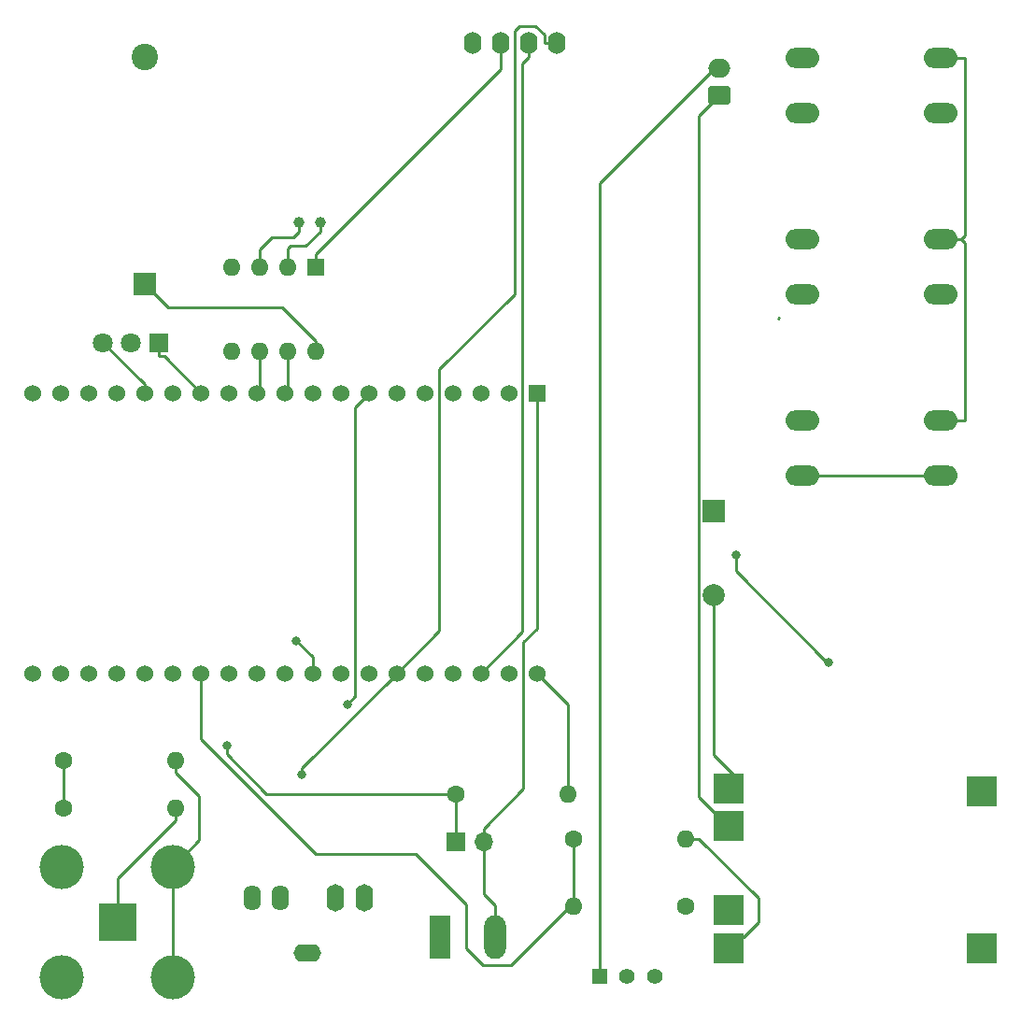
<source format=gbr>
%TF.GenerationSoftware,KiCad,Pcbnew,7.0.9*%
%TF.CreationDate,2024-02-28T20:27:22+01:00*%
%TF.ProjectId,logger_pcb_kicad,6c6f6767-6572-45f7-9063-625f6b696361,rev?*%
%TF.SameCoordinates,Original*%
%TF.FileFunction,Copper,L2,Bot*%
%TF.FilePolarity,Positive*%
%FSLAX46Y46*%
G04 Gerber Fmt 4.6, Leading zero omitted, Abs format (unit mm)*
G04 Created by KiCad (PCBNEW 7.0.9) date 2024-02-28 20:27:22*
%MOMM*%
%LPD*%
G01*
G04 APERTURE LIST*
G04 Aperture macros list*
%AMRoundRect*
0 Rectangle with rounded corners*
0 $1 Rounding radius*
0 $2 $3 $4 $5 $6 $7 $8 $9 X,Y pos of 4 corners*
0 Add a 4 corners polygon primitive as box body*
4,1,4,$2,$3,$4,$5,$6,$7,$8,$9,$2,$3,0*
0 Add four circle primitives for the rounded corners*
1,1,$1+$1,$2,$3*
1,1,$1+$1,$4,$5*
1,1,$1+$1,$6,$7*
1,1,$1+$1,$8,$9*
0 Add four rect primitives between the rounded corners*
20,1,$1+$1,$2,$3,$4,$5,0*
20,1,$1+$1,$4,$5,$6,$7,0*
20,1,$1+$1,$6,$7,$8,$9,0*
20,1,$1+$1,$8,$9,$2,$3,0*%
G04 Aperture macros list end*
%TA.AperFunction,ComponentPad*%
%ADD10O,1.600000X2.300000*%
%TD*%
%TA.AperFunction,ComponentPad*%
%ADD11O,2.500000X1.600000*%
%TD*%
%TA.AperFunction,ComponentPad*%
%ADD12O,1.600000X2.500000*%
%TD*%
%TA.AperFunction,ComponentPad*%
%ADD13O,1.600000X2.000000*%
%TD*%
%TA.AperFunction,ComponentPad*%
%ADD14O,3.048000X1.850000*%
%TD*%
%TA.AperFunction,ComponentPad*%
%ADD15R,2.100000X2.100000*%
%TD*%
%TA.AperFunction,ComponentPad*%
%ADD16C,2.400000*%
%TD*%
%TA.AperFunction,ComponentPad*%
%ADD17R,3.500000X3.500000*%
%TD*%
%TA.AperFunction,ComponentPad*%
%ADD18C,4.000000*%
%TD*%
%TA.AperFunction,ComponentPad*%
%ADD19C,1.600000*%
%TD*%
%TA.AperFunction,ComponentPad*%
%ADD20O,1.600000X1.600000*%
%TD*%
%TA.AperFunction,ComponentPad*%
%ADD21R,2.800000X2.800000*%
%TD*%
%TA.AperFunction,ComponentPad*%
%ADD22RoundRect,0.250000X0.750000X-0.600000X0.750000X0.600000X-0.750000X0.600000X-0.750000X-0.600000X0*%
%TD*%
%TA.AperFunction,ComponentPad*%
%ADD23O,2.000000X1.700000*%
%TD*%
%TA.AperFunction,ComponentPad*%
%ADD24R,1.600000X1.600000*%
%TD*%
%TA.AperFunction,ComponentPad*%
%ADD25R,1.980000X3.960000*%
%TD*%
%TA.AperFunction,ComponentPad*%
%ADD26O,1.980000X3.960000*%
%TD*%
%TA.AperFunction,ComponentPad*%
%ADD27R,2.000000X2.000000*%
%TD*%
%TA.AperFunction,ComponentPad*%
%ADD28C,2.000000*%
%TD*%
%TA.AperFunction,ComponentPad*%
%ADD29R,1.400000X1.400000*%
%TD*%
%TA.AperFunction,ComponentPad*%
%ADD30C,1.400000*%
%TD*%
%TA.AperFunction,ComponentPad*%
%ADD31R,1.800000X1.800000*%
%TD*%
%TA.AperFunction,ComponentPad*%
%ADD32C,1.800000*%
%TD*%
%TA.AperFunction,ComponentPad*%
%ADD33R,1.700000X1.700000*%
%TD*%
%TA.AperFunction,ComponentPad*%
%ADD34O,1.700000X1.700000*%
%TD*%
%TA.AperFunction,ComponentPad*%
%ADD35R,1.530000X1.530000*%
%TD*%
%TA.AperFunction,ComponentPad*%
%ADD36C,1.530000*%
%TD*%
%TA.AperFunction,ComponentPad*%
%ADD37C,1.000000*%
%TD*%
%TA.AperFunction,ViaPad*%
%ADD38C,0.800000*%
%TD*%
%TA.AperFunction,Conductor*%
%ADD39C,0.250000*%
%TD*%
G04 APERTURE END LIST*
D10*
%TO.P,J4,R*%
%TO.N,unconnected-(J4-PadR)*%
X125770000Y-127020000D03*
%TO.P,J4,RN*%
%TO.N,N/C*%
X128350000Y-127000000D03*
D11*
%TO.P,J4,S*%
%TO.N,Net-(U3-AIN2)*%
X130810000Y-132030000D03*
D12*
%TO.P,J4,T*%
%TO.N,Net-(U3-AIN3)*%
X135930000Y-127020000D03*
%TO.P,J4,TN*%
%TO.N,N/C*%
X133350000Y-127000000D03*
%TD*%
D13*
%TO.P,J2,1,Pin_1*%
%TO.N,GND*%
X145796000Y-49530000D03*
%TO.P,J2,2,Pin_2*%
%TO.N,+3.3V*%
X148336000Y-49530000D03*
%TO.P,J2,3,Pin_3*%
%TO.N,SCL*%
X150876000Y-49530000D03*
%TO.P,J2,4,Pin_4*%
%TO.N,SDA*%
X153416000Y-49530000D03*
%TD*%
D14*
%TO.P,SW3,1,1*%
%TO.N,+3.3V*%
X175714000Y-83746000D03*
X188214000Y-83746000D03*
%TO.P,SW3,2,2*%
%TO.N,Net-(U1-IO35)*%
X175714000Y-88746000D03*
X188214000Y-88746000D03*
%TD*%
D15*
%TO.P,BT1,1,+*%
%TO.N,Net-(BT1-+)*%
X116078000Y-71374000D03*
D16*
%TO.P,BT1,2,-*%
%TO.N,GND*%
X116078000Y-50800000D03*
%TD*%
D17*
%TO.P,J1,1,In*%
%TO.N,Net-(J1-In)*%
X113593000Y-129231000D03*
D18*
%TO.P,J1,2,Ext*%
%TO.N,GND*%
X118618000Y-134256000D03*
X118618000Y-124206000D03*
X108568000Y-134256000D03*
X108568000Y-124206000D03*
%TD*%
D19*
%TO.P,R12,1*%
%TO.N,Net-(J6-Pin_1)*%
X144272000Y-117602000D03*
D20*
%TO.P,R12,2*%
%TO.N,GND*%
X154432000Y-117602000D03*
%TD*%
D21*
%TO.P,U4,1,Vin+*%
%TO.N,unconnected-(U4-Vin+-Pad1)*%
X191912500Y-131612500D03*
%TO.P,U4,2,Vin-*%
%TO.N,unconnected-(U4-Vin--Pad2)*%
X191912500Y-117412500D03*
%TO.P,U4,3,Vout+*%
%TO.N,Net-(U4-Vout+)*%
X169012500Y-131612500D03*
%TO.P,U4,4,Vout-*%
%TO.N,GND*%
X169012500Y-117112500D03*
%TO.P,U4,5,B+*%
%TO.N,Net-(U4-B+)*%
X169012500Y-128112500D03*
%TO.P,U4,6,B-*%
%TO.N,Net-(J5-Pin_1)*%
X169012500Y-120512500D03*
%TD*%
D22*
%TO.P,J5,1,Pin_1*%
%TO.N,Net-(J5-Pin_1)*%
X168148000Y-54316000D03*
D23*
%TO.P,J5,2,Pin_2*%
%TO.N,Net-(J5-Pin_2)*%
X168148000Y-51816000D03*
%TD*%
D24*
%TO.P,U2,1,VCC2*%
%TO.N,+3.3V*%
X131572000Y-69850000D03*
D20*
%TO.P,U2,2,X1*%
%TO.N,Net-(U2-X1)*%
X129032000Y-69850000D03*
%TO.P,U2,3,X2*%
%TO.N,Net-(U2-X2)*%
X126492000Y-69850000D03*
%TO.P,U2,4,GND*%
%TO.N,GND*%
X123952000Y-69850000D03*
%TO.P,U2,5,CE*%
%TO.N,CE*%
X123952000Y-77470000D03*
%TO.P,U2,6,I/O*%
%TO.N,DTLOCK*%
X126492000Y-77470000D03*
%TO.P,U2,7,SCLK*%
%TO.N,SCLK*%
X129032000Y-77470000D03*
%TO.P,U2,8,VCC1*%
%TO.N,Net-(BT1-+)*%
X131572000Y-77470000D03*
%TD*%
D25*
%TO.P,J6,1,Pin_1*%
%TO.N,Net-(J6-Pin_1)*%
X142800000Y-130600000D03*
D26*
%TO.P,J6,2,Pin_2*%
%TO.N,+3.3V*%
X147800000Y-130600000D03*
%TD*%
D27*
%TO.P,BZ1,1,-*%
%TO.N,Net-(BZ1--)*%
X167640000Y-91968000D03*
D28*
%TO.P,BZ1,2,+*%
%TO.N,GND*%
X167640000Y-99568000D03*
%TD*%
D14*
%TO.P,SW1,1,1*%
%TO.N,+3.3V*%
X175714000Y-50880000D03*
X188214000Y-50880000D03*
%TO.P,SW1,2,2*%
%TO.N,Net-(U1-SENSOR_VN)*%
X175714000Y-55880000D03*
X188214000Y-55880000D03*
%TD*%
D29*
%TO.P,SW4,1*%
%TO.N,Net-(J5-Pin_2)*%
X157266000Y-134112000D03*
D30*
%TO.P,SW4,2*%
%TO.N,Net-(U4-B+)*%
X159766000Y-134112000D03*
%TO.P,SW4,3*%
%TO.N,N/C*%
X162266000Y-134112000D03*
%TD*%
D14*
%TO.P,SW2,1,1*%
%TO.N,+3.3V*%
X175714000Y-67316000D03*
X188214000Y-67316000D03*
%TO.P,SW2,2,2*%
%TO.N,Net-(U1-IO34)*%
X175714000Y-72316000D03*
X188214000Y-72316000D03*
%TD*%
D31*
%TO.P,D3,1,A1*%
%TO.N,Net-(D3-A1)*%
X117358000Y-76708000D03*
D32*
%TO.P,D3,2,K*%
%TO.N,GND*%
X114818000Y-76708000D03*
%TO.P,D3,3,A2*%
%TO.N,Net-(D3-A2)*%
X112278000Y-76708000D03*
%TD*%
D19*
%TO.P,R5,1*%
%TO.N,Net-(U3-AIN0)*%
X108712000Y-114554000D03*
D20*
%TO.P,R5,2*%
%TO.N,GND*%
X118872000Y-114554000D03*
%TD*%
D33*
%TO.P,J7,1,Pin_1*%
%TO.N,Net-(J6-Pin_1)*%
X144267000Y-121920000D03*
D34*
%TO.P,J7,2,Pin_2*%
%TO.N,+3.3V*%
X146807000Y-121920000D03*
%TD*%
D35*
%TO.P,U1,1,3V3*%
%TO.N,+3.3V*%
X151638000Y-81280000D03*
D36*
%TO.P,U1,2,EN*%
%TO.N,unconnected-(U1-EN-Pad2)*%
X149098000Y-81280000D03*
%TO.P,U1,3,SENSOR_VP*%
%TO.N,unconnected-(U1-SENSOR_VP-Pad3)*%
X146558000Y-81280000D03*
%TO.P,U1,4,SENSOR_VN*%
%TO.N,Net-(U1-SENSOR_VN)*%
X144018000Y-81280000D03*
%TO.P,U1,5,IO34*%
%TO.N,Net-(U1-IO34)*%
X141478000Y-81280000D03*
%TO.P,U1,6,IO35*%
%TO.N,Net-(U1-IO35)*%
X138938000Y-81280000D03*
%TO.P,U1,7,IO32*%
%TO.N,ALRT*%
X136398000Y-81280000D03*
%TO.P,U1,8,IO33*%
%TO.N,Net-(BZ1--)*%
X133858000Y-81280000D03*
%TO.P,U1,9,IO25*%
%TO.N,unconnected-(U1-IO25-Pad9)*%
X131318000Y-81280000D03*
%TO.P,U1,10,IO26*%
%TO.N,SCLK*%
X128778000Y-81280000D03*
%TO.P,U1,11,IO27*%
%TO.N,DTLOCK*%
X126238000Y-81280000D03*
%TO.P,U1,12,IO14*%
%TO.N,CE*%
X123698000Y-81280000D03*
%TO.P,U1,13,IO12*%
%TO.N,Net-(D3-A1)*%
X121158000Y-81280000D03*
%TO.P,U1,14,GND1*%
%TO.N,GND*%
X118618000Y-81280000D03*
%TO.P,U1,15,IO13*%
%TO.N,Net-(D3-A2)*%
X116078000Y-81280000D03*
%TO.P,U1,16,SD2*%
%TO.N,unconnected-(U1-SD2-Pad16)*%
X113538000Y-81280000D03*
%TO.P,U1,17,SD3*%
%TO.N,unconnected-(U1-SD3-Pad17)*%
X110998000Y-81280000D03*
%TO.P,U1,18,CMD*%
%TO.N,unconnected-(U1-CMD-Pad18)*%
X108458000Y-81280000D03*
%TO.P,U1,19,EXT_5V*%
%TO.N,unconnected-(U1-EXT_5V-Pad19)*%
X105918000Y-81280000D03*
%TO.P,U1,20,CLK*%
%TO.N,unconnected-(U1-CLK-Pad20)*%
X105918000Y-106680000D03*
%TO.P,U1,21,SD0*%
%TO.N,unconnected-(U1-SD0-Pad21)*%
X108458000Y-106680000D03*
%TO.P,U1,22,SD1*%
%TO.N,unconnected-(U1-SD1-Pad22)*%
X110998000Y-106680000D03*
%TO.P,U1,23,IO15*%
%TO.N,unconnected-(U1-IO15-Pad23)*%
X113538000Y-106680000D03*
%TO.P,U1,24,IO2*%
%TO.N,unconnected-(U1-IO2-Pad24)*%
X116078000Y-106680000D03*
%TO.P,U1,25,IO0*%
%TO.N,unconnected-(U1-IO0-Pad25)*%
X118618000Y-106680000D03*
%TO.P,U1,26,IO4*%
%TO.N,BLEVEL*%
X121158000Y-106680000D03*
%TO.P,U1,27,IO16*%
%TO.N,unconnected-(U1-IO16-Pad27)*%
X123698000Y-106680000D03*
%TO.P,U1,28,IO17*%
%TO.N,unconnected-(U1-IO17-Pad28)*%
X126238000Y-106680000D03*
%TO.P,U1,29,IO5*%
%TO.N,CS*%
X128778000Y-106680000D03*
%TO.P,U1,30,IO18*%
%TO.N,SCK*%
X131318000Y-106680000D03*
%TO.P,U1,31,IO19*%
%TO.N,MISO*%
X133858000Y-106680000D03*
%TO.P,U1,32,GND2*%
%TO.N,GND*%
X136398000Y-106680000D03*
%TO.P,U1,33,IO21*%
%TO.N,SDA*%
X138938000Y-106680000D03*
%TO.P,U1,34,RXD0*%
%TO.N,unconnected-(U1-RXD0-Pad34)*%
X141478000Y-106680000D03*
%TO.P,U1,35,TXD0*%
%TO.N,unconnected-(U1-TXD0-Pad35)*%
X144018000Y-106680000D03*
%TO.P,U1,36,IO22*%
%TO.N,SCL*%
X146558000Y-106680000D03*
%TO.P,U1,37,IO23*%
%TO.N,MOSI*%
X149098000Y-106680000D03*
%TO.P,U1,38,GND3*%
%TO.N,GND*%
X151638000Y-106680000D03*
%TD*%
D19*
%TO.P,R11,1*%
%TO.N,BLEVEL*%
X154940000Y-121666000D03*
D20*
%TO.P,R11,2*%
%TO.N,Net-(U4-Vout+)*%
X165100000Y-121666000D03*
%TD*%
D37*
%TO.P,Y1,1,1*%
%TO.N,Net-(U2-X1)*%
X131948000Y-65786000D03*
%TO.P,Y1,2,2*%
%TO.N,Net-(U2-X2)*%
X130048000Y-65786000D03*
%TD*%
D19*
%TO.P,R4,1*%
%TO.N,Net-(U3-AIN0)*%
X108712000Y-118872000D03*
D20*
%TO.P,R4,2*%
%TO.N,Net-(J1-In)*%
X118872000Y-118872000D03*
%TD*%
D19*
%TO.P,R10,1*%
%TO.N,GND*%
X165100000Y-127762000D03*
D20*
%TO.P,R10,2*%
%TO.N,BLEVEL*%
X154940000Y-127762000D03*
%TD*%
D38*
%TO.N,SDA*%
X130335000Y-115826000D03*
%TO.N,SCK*%
X178054000Y-105658000D03*
X169646600Y-95986600D03*
X129803700Y-103712200D03*
%TO.N,Net-(J6-Pin_1)*%
X123500000Y-113250000D03*
%TO.N,ALRT*%
X134416800Y-109499400D03*
%TD*%
D39*
%TO.N,Net-(BT1-+)*%
X131572000Y-77470000D02*
X131572000Y-76572000D01*
X128500000Y-73500000D02*
X118204000Y-73500000D01*
X131572000Y-76572000D02*
X128500000Y-73500000D01*
X118204000Y-73500000D02*
X116078000Y-71374000D01*
%TO.N,GND*%
X118618000Y-124206000D02*
X118618000Y-134256000D01*
X121000000Y-121824000D02*
X118618000Y-124206000D01*
X169632000Y-117112500D02*
X169632000Y-116108000D01*
X118872000Y-115681000D02*
X121000000Y-117809000D01*
X169632000Y-117834000D02*
X169632000Y-117112500D01*
X121000000Y-117809000D02*
X121000000Y-121824000D01*
X154432000Y-109474000D02*
X154432000Y-117602000D01*
X169632000Y-116108000D02*
X167640000Y-114116000D01*
X167640000Y-114116000D02*
X167640000Y-99568000D01*
X118872000Y-114554000D02*
X118872000Y-115681000D01*
X169012500Y-117112500D02*
X169632000Y-117112500D01*
X151638000Y-106680000D02*
X154432000Y-109474000D01*
%TO.N,+3.3V*%
X148336000Y-49530000D02*
X148336000Y-51959100D01*
X146807000Y-121920000D02*
X146807000Y-126720000D01*
X190423800Y-67674800D02*
X190065000Y-67316000D01*
X188214000Y-67316000D02*
X190065000Y-67316000D01*
X188214000Y-83746000D02*
X190423800Y-83746000D01*
X131572000Y-68723100D02*
X131572000Y-69850000D01*
X146807000Y-120743000D02*
X150388000Y-117162000D01*
X190423800Y-83746000D02*
X190423800Y-67674800D01*
X147828000Y-127741000D02*
X147828000Y-130048000D01*
X151638000Y-102616000D02*
X151638000Y-81280000D01*
X146807000Y-121920000D02*
X146807000Y-120743000D01*
X150388000Y-117162000D02*
X150388000Y-103866000D01*
X146807000Y-126720000D02*
X147828000Y-127741000D01*
X148336000Y-51959100D02*
X131572000Y-68723100D01*
X190398400Y-50880000D02*
X190398400Y-66982600D01*
X188214000Y-50880000D02*
X190398400Y-50880000D01*
X147800000Y-130600000D02*
X147828000Y-130572000D01*
X150388000Y-103866000D02*
X151638000Y-102616000D01*
X190398400Y-66982600D02*
X190065000Y-67316000D01*
X147828000Y-130572000D02*
X147828000Y-130048000D01*
%TO.N,Net-(U4-Vout+)*%
X165100000Y-121666000D02*
X166293800Y-121666000D01*
X169632000Y-130608000D02*
X169632000Y-131471000D01*
X169680000Y-130560000D02*
X169632000Y-130608000D01*
X169632000Y-131471000D02*
X169632000Y-132334000D01*
X169154000Y-131471000D02*
X169012500Y-131612500D01*
X171678600Y-127050800D02*
X171678600Y-129235200D01*
X169632000Y-131471000D02*
X169154000Y-131471000D01*
X170353800Y-130560000D02*
X169680000Y-130560000D01*
X166293800Y-121666000D02*
X171678600Y-127050800D01*
X171678600Y-129235200D02*
X170353800Y-130560000D01*
%TO.N,Net-(D3-A1)*%
X121158000Y-81280000D02*
X117813000Y-77934900D01*
X117813000Y-77934900D02*
X117358000Y-77934900D01*
X117358000Y-77934900D02*
X117358000Y-76708000D01*
%TO.N,Net-(D3-A2)*%
X116078000Y-80508000D02*
X112278000Y-76708000D01*
X116078000Y-81280000D02*
X116078000Y-80508000D01*
%TO.N,Net-(J1-In)*%
X118872000Y-118872000D02*
X118872000Y-119999000D01*
X118872000Y-119999000D02*
X113593000Y-125278000D01*
X113593000Y-125278000D02*
X113593000Y-129231000D01*
%TO.N,SCL*%
X150317200Y-51415700D02*
X150317200Y-102920800D01*
X150876000Y-50856900D02*
X150317200Y-51415700D01*
X150317200Y-102920800D02*
X146558000Y-106680000D01*
X150876000Y-49530000D02*
X150876000Y-50856900D01*
%TO.N,SDA*%
X138938000Y-106680000D02*
X130335000Y-115283000D01*
X142773400Y-79132700D02*
X142773400Y-102844600D01*
X150000000Y-48000000D02*
X149562000Y-48438500D01*
X152289000Y-48789100D02*
X151500000Y-48000000D01*
X130335000Y-115283000D02*
X130335000Y-115826000D01*
X142773400Y-102844600D02*
X138938000Y-106680000D01*
X149562000Y-48438500D02*
X149562000Y-72344100D01*
X149562000Y-72344100D02*
X142773400Y-79132700D01*
X152289000Y-49530000D02*
X152289000Y-48789100D01*
X153416000Y-49530000D02*
X152289000Y-49530000D01*
X151500000Y-48000000D02*
X150000000Y-48000000D01*
%TO.N,SCK*%
X178054000Y-105658000D02*
X177860000Y-105658000D01*
X177860000Y-105658000D02*
X169646600Y-97444600D01*
X169646600Y-97444600D02*
X169646600Y-95986600D01*
X131318000Y-105226500D02*
X131318000Y-106680000D01*
X129803700Y-103712200D02*
X131318000Y-105226500D01*
%TO.N,Net-(J5-Pin_1)*%
X166297000Y-56167400D02*
X168148000Y-54316000D01*
X169632000Y-121234000D02*
X168321300Y-119923300D01*
X168423300Y-119923300D02*
X169012500Y-120512500D01*
X166297000Y-117899000D02*
X166297000Y-56167400D01*
X168321300Y-119923300D02*
X166297000Y-117899000D01*
X168321300Y-119923300D02*
X168423300Y-119923300D01*
%TO.N,Net-(J5-Pin_2)*%
X157266000Y-134112000D02*
X157266000Y-62234000D01*
X157266000Y-62234000D02*
X167684000Y-51816000D01*
X167684000Y-51816000D02*
X168148000Y-51816000D01*
%TO.N,Net-(J6-Pin_1)*%
X127102000Y-117602000D02*
X144272000Y-117602000D01*
X123500000Y-113250000D02*
X123500000Y-114000000D01*
X144267000Y-121920000D02*
X144267000Y-120743000D01*
X123500000Y-114000000D02*
X127102000Y-117602000D01*
X144267000Y-120743000D02*
X144272000Y-120738000D01*
X144272000Y-120738000D02*
X144272000Y-117602000D01*
%TO.N,Net-(U1-IO35)*%
X175714000Y-88746000D02*
X188214000Y-88746000D01*
%TO.N,Net-(U1-IO34)*%
X175714000Y-72316000D02*
X175664200Y-72316000D01*
X173558200Y-74422000D02*
X173456600Y-74523600D01*
%TO.N,Net-(U3-AIN0)*%
X108712000Y-118872000D02*
X108712000Y-114554000D01*
%TO.N,ALRT*%
X135128000Y-108788200D02*
X135128000Y-82550000D01*
X135128000Y-82550000D02*
X136398000Y-81280000D01*
X134416800Y-109499400D02*
X135128000Y-108788200D01*
%TO.N,BLEVEL*%
X154635200Y-127762000D02*
X149225000Y-133172200D01*
X131595000Y-123095000D02*
X121158000Y-112658000D01*
X145169000Y-131580000D02*
X145169000Y-127669000D01*
X146761200Y-133172200D02*
X145169000Y-131580000D01*
X121158000Y-112658000D02*
X121158000Y-106680000D01*
X140595000Y-123095000D02*
X131595000Y-123095000D01*
X149225000Y-133172200D02*
X146761200Y-133172200D01*
X154940000Y-127762000D02*
X154635200Y-127762000D01*
X145169000Y-127669000D02*
X140595000Y-123095000D01*
X154940000Y-121666000D02*
X154940000Y-127762000D01*
%TO.N,SCLK*%
X128778000Y-81280000D02*
X129032000Y-81026000D01*
X129032000Y-81026000D02*
X129032000Y-77470000D01*
%TO.N,DTLOCK*%
X126492000Y-81026000D02*
X126492000Y-77470000D01*
X126238000Y-81280000D02*
X126492000Y-81026000D01*
%TO.N,Net-(U2-X1)*%
X129032000Y-69850000D02*
X129032000Y-68199000D01*
X129260600Y-67970400D02*
X130606800Y-67970400D01*
X129032000Y-68199000D02*
X129260600Y-67970400D01*
X130606800Y-67970400D02*
X131948000Y-66629200D01*
X131948000Y-66629200D02*
X131948000Y-65786000D01*
%TO.N,Net-(U2-X2)*%
X126492000Y-69850000D02*
X126492000Y-68275200D01*
X129565400Y-67157600D02*
X130048000Y-66675000D01*
X130048000Y-66675000D02*
X130048000Y-65786000D01*
X127609600Y-67157600D02*
X129565400Y-67157600D01*
X126492000Y-68275200D02*
X127609600Y-67157600D01*
%TD*%
M02*

</source>
